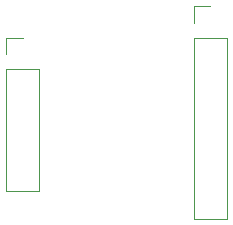
<source format=gbr>
%TF.GenerationSoftware,KiCad,Pcbnew,9.0.6*%
%TF.CreationDate,2025-12-21T22:24:18+01:00*%
%TF.ProjectId,drone_v2,64726f6e-655f-4763-922e-6b696361645f,rev?*%
%TF.SameCoordinates,Original*%
%TF.FileFunction,Legend,Top*%
%TF.FilePolarity,Positive*%
%FSLAX46Y46*%
G04 Gerber Fmt 4.6, Leading zero omitted, Abs format (unit mm)*
G04 Created by KiCad (PCBNEW 9.0.6) date 2025-12-21 22:24:18*
%MOMM*%
%LPD*%
G01*
G04 APERTURE LIST*
%ADD10C,0.120000*%
G04 APERTURE END LIST*
D10*
%TO.C,J1*%
X152320000Y-51000000D02*
X153700000Y-51000000D01*
X152320000Y-52380000D02*
X152320000Y-51000000D01*
X152320000Y-53650000D02*
X152320000Y-69000000D01*
X152320000Y-53650000D02*
X155080000Y-53650000D01*
X152320000Y-69000000D02*
X155080000Y-69000000D01*
X155080000Y-53650000D02*
X155080000Y-69000000D01*
%TO.C,J4*%
X136420000Y-53690000D02*
X137800000Y-53690000D01*
X136420000Y-55070000D02*
X136420000Y-53690000D01*
X136420000Y-56340000D02*
X136420000Y-66610000D01*
X136420000Y-56340000D02*
X139180000Y-56340000D01*
X136420000Y-66610000D02*
X139180000Y-66610000D01*
X139180000Y-56340000D02*
X139180000Y-66610000D01*
%TD*%
M02*

</source>
